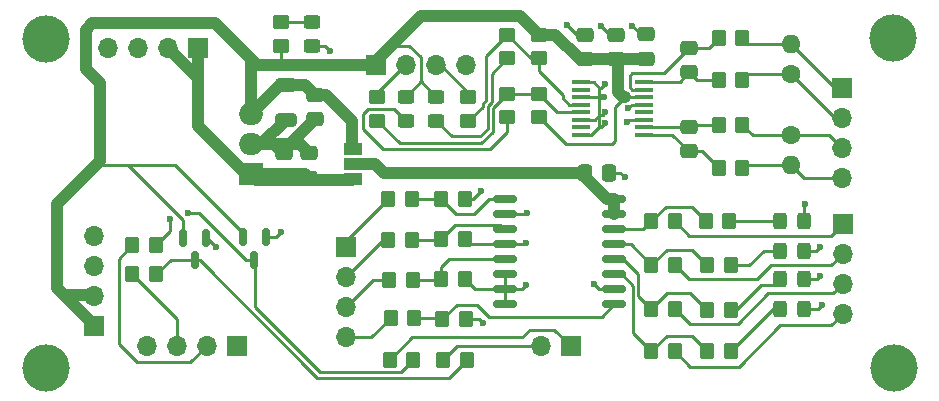
<source format=gtl>
G04 #@! TF.GenerationSoftware,KiCad,Pcbnew,6.0.9+dfsg-1~bpo11+1*
G04 #@! TF.CreationDate,2022-12-29T09:56:33-05:00*
G04 #@! TF.ProjectId,io,696f2e6b-6963-4616-945f-706362585858,rev?*
G04 #@! TF.SameCoordinates,Original*
G04 #@! TF.FileFunction,Copper,L1,Top*
G04 #@! TF.FilePolarity,Positive*
%FSLAX46Y46*%
G04 Gerber Fmt 4.6, Leading zero omitted, Abs format (unit mm)*
G04 Created by KiCad (PCBNEW 6.0.9+dfsg-1~bpo11+1) date 2022-12-29 09:56:33*
%MOMM*%
%LPD*%
G01*
G04 APERTURE LIST*
G04 Aperture macros list*
%AMRoundRect*
0 Rectangle with rounded corners*
0 $1 Rounding radius*
0 $2 $3 $4 $5 $6 $7 $8 $9 X,Y pos of 4 corners*
0 Add a 4 corners polygon primitive as box body*
4,1,4,$2,$3,$4,$5,$6,$7,$8,$9,$2,$3,0*
0 Add four circle primitives for the rounded corners*
1,1,$1+$1,$2,$3*
1,1,$1+$1,$4,$5*
1,1,$1+$1,$6,$7*
1,1,$1+$1,$8,$9*
0 Add four rect primitives between the rounded corners*
20,1,$1+$1,$2,$3,$4,$5,0*
20,1,$1+$1,$4,$5,$6,$7,0*
20,1,$1+$1,$6,$7,$8,$9,0*
20,1,$1+$1,$8,$9,$2,$3,0*%
G04 Aperture macros list end*
G04 #@! TA.AperFunction,SMDPad,CuDef*
%ADD10RoundRect,0.250000X0.475000X-0.337500X0.475000X0.337500X-0.475000X0.337500X-0.475000X-0.337500X0*%
G04 #@! TD*
G04 #@! TA.AperFunction,SMDPad,CuDef*
%ADD11RoundRect,0.250000X-0.337500X-0.475000X0.337500X-0.475000X0.337500X0.475000X-0.337500X0.475000X0*%
G04 #@! TD*
G04 #@! TA.AperFunction,SMDPad,CuDef*
%ADD12RoundRect,0.250000X-0.650000X0.325000X-0.650000X-0.325000X0.650000X-0.325000X0.650000X0.325000X0*%
G04 #@! TD*
G04 #@! TA.AperFunction,SMDPad,CuDef*
%ADD13RoundRect,0.250000X-0.475000X0.337500X-0.475000X-0.337500X0.475000X-0.337500X0.475000X0.337500X0*%
G04 #@! TD*
G04 #@! TA.AperFunction,SMDPad,CuDef*
%ADD14RoundRect,0.250000X0.450000X-0.325000X0.450000X0.325000X-0.450000X0.325000X-0.450000X-0.325000X0*%
G04 #@! TD*
G04 #@! TA.AperFunction,ComponentPad*
%ADD15R,1.700000X1.700000*%
G04 #@! TD*
G04 #@! TA.AperFunction,ComponentPad*
%ADD16O,1.700000X1.700000*%
G04 #@! TD*
G04 #@! TA.AperFunction,SMDPad,CuDef*
%ADD17RoundRect,0.249999X0.450001X-0.350001X0.450001X0.350001X-0.450001X0.350001X-0.450001X-0.350001X0*%
G04 #@! TD*
G04 #@! TA.AperFunction,SMDPad,CuDef*
%ADD18RoundRect,0.249999X0.350001X0.450001X-0.350001X0.450001X-0.350001X-0.450001X0.350001X-0.450001X0*%
G04 #@! TD*
G04 #@! TA.AperFunction,SMDPad,CuDef*
%ADD19RoundRect,0.249999X-0.450001X0.350001X-0.450001X-0.350001X0.450001X-0.350001X0.450001X0.350001X0*%
G04 #@! TD*
G04 #@! TA.AperFunction,SMDPad,CuDef*
%ADD20RoundRect,0.249999X-0.350001X-0.450001X0.350001X-0.450001X0.350001X0.450001X-0.350001X0.450001X0*%
G04 #@! TD*
G04 #@! TA.AperFunction,SMDPad,CuDef*
%ADD21RoundRect,0.250000X0.350000X0.450000X-0.350000X0.450000X-0.350000X-0.450000X0.350000X-0.450000X0*%
G04 #@! TD*
G04 #@! TA.AperFunction,ComponentPad*
%ADD22R,2.000000X1.905000*%
G04 #@! TD*
G04 #@! TA.AperFunction,ComponentPad*
%ADD23O,2.000000X1.905000*%
G04 #@! TD*
G04 #@! TA.AperFunction,SMDPad,CuDef*
%ADD24RoundRect,0.150000X-0.875000X-0.150000X0.875000X-0.150000X0.875000X0.150000X-0.875000X0.150000X0*%
G04 #@! TD*
G04 #@! TA.AperFunction,SMDPad,CuDef*
%ADD25R,1.600000X0.410000*%
G04 #@! TD*
G04 #@! TA.AperFunction,ComponentPad*
%ADD26C,1.600000*%
G04 #@! TD*
G04 #@! TA.AperFunction,ComponentPad*
%ADD27O,1.600000X1.600000*%
G04 #@! TD*
G04 #@! TA.AperFunction,ComponentPad*
%ADD28C,4.000000*%
G04 #@! TD*
G04 #@! TA.AperFunction,SMDPad,CuDef*
%ADD29R,1.500000X1.000000*%
G04 #@! TD*
G04 #@! TA.AperFunction,SMDPad,CuDef*
%ADD30RoundRect,0.150000X-0.150000X0.587500X-0.150000X-0.587500X0.150000X-0.587500X0.150000X0.587500X0*%
G04 #@! TD*
G04 #@! TA.AperFunction,SMDPad,CuDef*
%ADD31RoundRect,0.250000X0.325000X0.450000X-0.325000X0.450000X-0.325000X-0.450000X0.325000X-0.450000X0*%
G04 #@! TD*
G04 #@! TA.AperFunction,SMDPad,CuDef*
%ADD32RoundRect,0.250000X0.450000X-0.350000X0.450000X0.350000X-0.450000X0.350000X-0.450000X-0.350000X0*%
G04 #@! TD*
G04 #@! TA.AperFunction,ViaPad*
%ADD33C,0.600000*%
G04 #@! TD*
G04 #@! TA.AperFunction,Conductor*
%ADD34C,1.000000*%
G04 #@! TD*
G04 #@! TA.AperFunction,Conductor*
%ADD35C,0.250000*%
G04 #@! TD*
G04 APERTURE END LIST*
D10*
G04 #@! TO.P,C1,1*
G04 #@! TO.N,12v_power*
X58010000Y-139920000D03*
G04 #@! TO.P,C1,2*
G04 #@! TO.N,GND*
X58010000Y-137845000D03*
G04 #@! TD*
G04 #@! TO.P,C2,1*
G04 #@! TO.N,12v_power*
X55860000Y-139920000D03*
G04 #@! TO.P,C2,2*
G04 #@! TO.N,GND*
X55860000Y-137845000D03*
G04 #@! TD*
D11*
G04 #@! TO.P,C4,1*
G04 #@! TO.N,Net-(C4-Pad1)*
X81372500Y-139490000D03*
G04 #@! TO.P,C4,2*
G04 #@! TO.N,GND*
X83447500Y-139490000D03*
G04 #@! TD*
D12*
G04 #@! TO.P,C5,1*
G04 #@! TO.N,5v*
X56060000Y-132035000D03*
G04 #@! TO.P,C5,2*
G04 #@! TO.N,GND*
X56060000Y-134985000D03*
G04 #@! TD*
D10*
G04 #@! TO.P,C6,1*
G04 #@! TO.N,Net-(C6-Pad1)*
X90200000Y-130992500D03*
G04 #@! TO.P,C6,2*
G04 #@! TO.N,Net-(C6-Pad2)*
X90200000Y-128917500D03*
G04 #@! TD*
D13*
G04 #@! TO.P,C7,1*
G04 #@! TO.N,Net-(C7-Pad1)*
X90200000Y-135600000D03*
G04 #@! TO.P,C7,2*
G04 #@! TO.N,Net-(C7-Pad2)*
X90200000Y-137675000D03*
G04 #@! TD*
D10*
G04 #@! TO.P,C8,1*
G04 #@! TO.N,5v*
X86575000Y-129837500D03*
G04 #@! TO.P,C8,2*
G04 #@! TO.N,GND*
X86575000Y-127762500D03*
G04 #@! TD*
G04 #@! TO.P,C9,1*
G04 #@! TO.N,5v*
X84025000Y-129875000D03*
G04 #@! TO.P,C9,2*
G04 #@! TO.N,GND*
X84025000Y-127800000D03*
G04 #@! TD*
D14*
G04 #@! TO.P,D1,1,K*
G04 #@! TO.N,Net-(D1-Pad1)*
X66200000Y-135100000D03*
G04 #@! TO.P,D1,2,A*
G04 #@! TO.N,5v*
X66200000Y-133050000D03*
G04 #@! TD*
D15*
G04 #@! TO.P,P1,1,P1*
G04 #@! TO.N,IG1-cpu*
X61150000Y-145790000D03*
D16*
G04 #@! TO.P,P1,2,P2*
G04 #@! TO.N,IG2-cpu*
X61150000Y-148330000D03*
G04 #@! TO.P,P1,3,P3*
G04 #@! TO.N,IG3-cpu*
X61150000Y-150870000D03*
G04 #@! TO.P,P1,4,P4*
G04 #@! TO.N,IG4-cpu*
X61150000Y-153410000D03*
G04 #@! TD*
D15*
G04 #@! TO.P,P2,1,P1*
G04 #@! TO.N,5v*
X63660000Y-130400000D03*
D16*
G04 #@! TO.P,P2,2,P2*
G04 #@! TO.N,TRIG2*
X66200000Y-130400000D03*
G04 #@! TO.P,P2,3,P3*
G04 #@! TO.N,TRIG1*
X68740000Y-130400000D03*
G04 #@! TO.P,P2,4,P4*
G04 #@! TO.N,GND*
X71280000Y-130400000D03*
G04 #@! TD*
D15*
G04 #@! TO.P,P5,1,P1*
G04 #@! TO.N,IG1-out*
X103200000Y-143800000D03*
D16*
G04 #@! TO.P,P5,2,P2*
G04 #@! TO.N,IG2-out*
X103200000Y-146340000D03*
G04 #@! TO.P,P5,3,P3*
G04 #@! TO.N,IG3-out*
X103200000Y-148880000D03*
G04 #@! TO.P,P5,4,P4*
G04 #@! TO.N,IG4-out*
X103200000Y-151420000D03*
G04 #@! TD*
D15*
G04 #@! TO.P,P6,1,P1*
G04 #@! TO.N,TRIG1IN-*
X103100000Y-132300000D03*
D16*
G04 #@! TO.P,P6,2,P2*
G04 #@! TO.N,TRIG1IN+*
X103100000Y-134840000D03*
G04 #@! TO.P,P6,3,P3*
G04 #@! TO.N,TRIG2IN-*
X103100000Y-137380000D03*
G04 #@! TO.P,P6,4,P4*
G04 #@! TO.N,TRIG2IN+*
X103100000Y-139920000D03*
G04 #@! TD*
D15*
G04 #@! TO.P,P7,1,P1*
G04 #@! TO.N,12v_power*
X48600000Y-128922500D03*
D16*
G04 #@! TO.P,P7,2,P2*
X46060000Y-128922500D03*
G04 #@! TO.P,P7,3,P3*
G04 #@! TO.N,GND*
X43520000Y-128922500D03*
G04 #@! TO.P,P7,4,P4*
X40980000Y-128922500D03*
G04 #@! TD*
D17*
G04 #@! TO.P,R1,1*
G04 #@! TO.N,Net-(R1-Pad1)*
X71500000Y-135100000D03*
G04 #@! TO.P,R1,2*
G04 #@! TO.N,TRIG1*
X71500000Y-133100000D03*
G04 #@! TD*
G04 #@! TO.P,R2,1*
G04 #@! TO.N,Net-(R2-Pad1)*
X63800000Y-135100000D03*
G04 #@! TO.P,R2,2*
G04 #@! TO.N,TRIG2*
X63800000Y-133100000D03*
G04 #@! TD*
D18*
G04 #@! TO.P,R3,1*
G04 #@! TO.N,Net-(R13-Pad2)*
X66710000Y-141690000D03*
G04 #@! TO.P,R3,2*
G04 #@! TO.N,IG1-cpu*
X64710000Y-141690000D03*
G04 #@! TD*
G04 #@! TO.P,R4,1*
G04 #@! TO.N,Net-(R11-Pad2)*
X66710000Y-145190000D03*
G04 #@! TO.P,R4,2*
G04 #@! TO.N,IG2-cpu*
X64710000Y-145190000D03*
G04 #@! TD*
G04 #@! TO.P,R5,1*
G04 #@! TO.N,Net-(R5-Pad1)*
X66810000Y-148590000D03*
G04 #@! TO.P,R5,2*
G04 #@! TO.N,IG3-cpu*
X64810000Y-148590000D03*
G04 #@! TD*
D17*
G04 #@! TO.P,R6,1*
G04 #@! TO.N,Net-(D1-Pad1)*
X74800000Y-134800000D03*
G04 #@! TO.P,R6,2*
G04 #@! TO.N,Net-(R2-Pad1)*
X74800000Y-132800000D03*
G04 #@! TD*
D18*
G04 #@! TO.P,R7,1*
G04 #@! TO.N,GND*
X71210000Y-148490000D03*
G04 #@! TO.P,R7,2*
G04 #@! TO.N,Net-(R5-Pad1)*
X69210000Y-148490000D03*
G04 #@! TD*
D17*
G04 #@! TO.P,R8,1*
G04 #@! TO.N,Net-(D2-Pad1)*
X74800000Y-129800000D03*
G04 #@! TO.P,R8,2*
G04 #@! TO.N,Net-(R1-Pad1)*
X74800000Y-127800000D03*
G04 #@! TD*
G04 #@! TO.P,R9,1*
G04 #@! TO.N,5v*
X77500000Y-134800000D03*
G04 #@! TO.P,R9,2*
G04 #@! TO.N,Net-(R2-Pad1)*
X77500000Y-132800000D03*
G04 #@! TD*
D18*
G04 #@! TO.P,R10,1*
G04 #@! TO.N,Net-(D3-Pad3)*
X45050000Y-145610000D03*
G04 #@! TO.P,R10,2*
G04 #@! TO.N,DIG1-cpu*
X43050000Y-145610000D03*
G04 #@! TD*
G04 #@! TO.P,R11,1*
G04 #@! TO.N,GND*
X71210000Y-145090000D03*
G04 #@! TO.P,R11,2*
G04 #@! TO.N,Net-(R11-Pad2)*
X69210000Y-145090000D03*
G04 #@! TD*
D19*
G04 #@! TO.P,R12,1*
G04 #@! TO.N,5v*
X77500000Y-127800000D03*
G04 #@! TO.P,R12,2*
G04 #@! TO.N,Net-(R1-Pad1)*
X77500000Y-129800000D03*
G04 #@! TD*
D18*
G04 #@! TO.P,R13,1*
G04 #@! TO.N,GND*
X71210000Y-141690000D03*
G04 #@! TO.P,R13,2*
G04 #@! TO.N,Net-(R13-Pad2)*
X69210000Y-141690000D03*
G04 #@! TD*
G04 #@! TO.P,R15,1*
G04 #@! TO.N,GND*
X71310000Y-151890000D03*
G04 #@! TO.P,R15,2*
G04 #@! TO.N,Net-(R15-Pad2)*
X69310000Y-151890000D03*
G04 #@! TD*
G04 #@! TO.P,R16,1*
G04 #@! TO.N,Net-(D4-Pad3)*
X45050000Y-148090000D03*
G04 #@! TO.P,R16,2*
G04 #@! TO.N,DIG2-cpu*
X43050000Y-148090000D03*
G04 #@! TD*
G04 #@! TO.P,R17,1*
G04 #@! TO.N,Net-(R15-Pad2)*
X66910000Y-151790000D03*
G04 #@! TO.P,R17,2*
G04 #@! TO.N,IG4-cpu*
X64910000Y-151790000D03*
G04 #@! TD*
G04 #@! TO.P,R18,1*
G04 #@! TO.N,Net-(D5-Pad2)*
X93600000Y-143600000D03*
G04 #@! TO.P,R18,2*
G04 #@! TO.N,Net-(R18-Pad2)*
X91600000Y-143600000D03*
G04 #@! TD*
D20*
G04 #@! TO.P,R19,1*
G04 #@! TO.N,DIG2-in*
X69350000Y-155350000D03*
G04 #@! TO.P,R19,2*
G04 #@! TO.N,Net-(D4-Pad3)*
X71350000Y-155350000D03*
G04 #@! TD*
D18*
G04 #@! TO.P,R20,1*
G04 #@! TO.N,Net-(D6-Pad2)*
X93700000Y-147300000D03*
G04 #@! TO.P,R20,2*
G04 #@! TO.N,Net-(R20-Pad2)*
X91700000Y-147300000D03*
G04 #@! TD*
G04 #@! TO.P,R21,1*
G04 #@! TO.N,Net-(D7-Pad2)*
X93700000Y-151100000D03*
G04 #@! TO.P,R21,2*
G04 #@! TO.N,Net-(R21-Pad2)*
X91700000Y-151100000D03*
G04 #@! TD*
G04 #@! TO.P,R22,1*
G04 #@! TO.N,Net-(D8-Pad2)*
X93700000Y-154600000D03*
G04 #@! TO.P,R22,2*
G04 #@! TO.N,Net-(R22-Pad2)*
X91700000Y-154600000D03*
G04 #@! TD*
G04 #@! TO.P,R23,1*
G04 #@! TO.N,TRIG1IN+*
X94700000Y-131655000D03*
G04 #@! TO.P,R23,2*
G04 #@! TO.N,Net-(C6-Pad1)*
X92700000Y-131655000D03*
G04 #@! TD*
G04 #@! TO.P,R24,1*
G04 #@! TO.N,TRIG1IN-*
X94700000Y-128055000D03*
G04 #@! TO.P,R24,2*
G04 #@! TO.N,Net-(C6-Pad2)*
X92700000Y-128055000D03*
G04 #@! TD*
D21*
G04 #@! TO.P,R25,1*
G04 #@! TO.N,TRIG2IN-*
X94700000Y-135400000D03*
G04 #@! TO.P,R25,2*
G04 #@! TO.N,Net-(C7-Pad1)*
X92700000Y-135400000D03*
G04 #@! TD*
G04 #@! TO.P,R26,1*
G04 #@! TO.N,TRIG2IN+*
X94700000Y-139100000D03*
G04 #@! TO.P,R26,2*
G04 #@! TO.N,Net-(C7-Pad2)*
X92700000Y-139100000D03*
G04 #@! TD*
D22*
G04 #@! TO.P,U1,1,VI*
G04 #@! TO.N,12v_power*
X53100000Y-139600000D03*
D23*
G04 #@! TO.P,U1,2,GND*
G04 #@! TO.N,GND*
X53100000Y-137060000D03*
G04 #@! TO.P,U1,3,VO*
G04 #@! TO.N,5v*
X53100000Y-134520000D03*
G04 #@! TD*
D24*
G04 #@! TO.P,U2,1,1A*
G04 #@! TO.N,Net-(R13-Pad2)*
X74560000Y-141745000D03*
G04 #@! TO.P,U2,2,1B*
G04 #@! TO.N,GND*
X74560000Y-143015000D03*
G04 #@! TO.P,U2,3,2A*
G04 #@! TO.N,Net-(R11-Pad2)*
X74560000Y-144285000D03*
G04 #@! TO.P,U2,4,2B*
G04 #@! TO.N,GND*
X74560000Y-145555000D03*
G04 #@! TO.P,U2,5,3A*
G04 #@! TO.N,Net-(R5-Pad1)*
X74560000Y-146825000D03*
G04 #@! TO.P,U2,6,3B*
G04 #@! TO.N,GND*
X74560000Y-148095000D03*
G04 #@! TO.P,U2,7,GND*
X74560000Y-149365000D03*
G04 #@! TO.P,U2,8,GND*
X74560000Y-150635000D03*
G04 #@! TO.P,U2,9,4A*
G04 #@! TO.N,Net-(R15-Pad2)*
X83860000Y-150635000D03*
G04 #@! TO.P,U2,10,4B*
G04 #@! TO.N,GND*
X83860000Y-149365000D03*
G04 #@! TO.P,U2,11,4Y*
G04 #@! TO.N,Net-(R22-Pad2)*
X83860000Y-148095000D03*
G04 #@! TO.P,U2,12,3Y*
G04 #@! TO.N,Net-(R21-Pad2)*
X83860000Y-146825000D03*
G04 #@! TO.P,U2,13,2Y*
G04 #@! TO.N,Net-(R20-Pad2)*
X83860000Y-145555000D03*
G04 #@! TO.P,U2,14,1Y*
G04 #@! TO.N,Net-(R18-Pad2)*
X83860000Y-144285000D03*
G04 #@! TO.P,U2,15,Vs*
G04 #@! TO.N,Net-(C4-Pad1)*
X83860000Y-143015000D03*
G04 #@! TO.P,U2,16,Vs*
X83860000Y-141745000D03*
G04 #@! TD*
D25*
G04 #@! TO.P,U3,1,INT_THRS1*
G04 #@! TO.N,GND*
X81070700Y-131802500D03*
G04 #@! TO.P,U3,2,EXT1*
G04 #@! TO.N,unconnected-(U3-Pad2)*
X81070700Y-132437500D03*
G04 #@! TO.P,U3,3,BIAS1*
G04 #@! TO.N,GND*
X81070700Y-133072500D03*
G04 #@! TO.P,U3,4,COUT1*
G04 #@! TO.N,Net-(R1-Pad1)*
X81070700Y-133707500D03*
G04 #@! TO.P,U3,5,COUT2*
G04 #@! TO.N,Net-(R2-Pad1)*
X81070700Y-134342500D03*
G04 #@! TO.P,U3,6,BIAS2*
G04 #@! TO.N,GND*
X81070700Y-134977500D03*
G04 #@! TO.P,U3,7,EXT2*
G04 #@! TO.N,unconnected-(U3-Pad7)*
X81070700Y-135612500D03*
G04 #@! TO.P,U3,8,IN_THRS2*
G04 #@! TO.N,GND*
X81070700Y-136247500D03*
G04 #@! TO.P,U3,9,IN2+*
G04 #@! TO.N,Net-(C7-Pad2)*
X86379300Y-136247500D03*
G04 #@! TO.P,U3,10,IN2-*
G04 #@! TO.N,Net-(C7-Pad1)*
X86379300Y-135612500D03*
G04 #@! TO.P,U3,11,GND*
G04 #@! TO.N,GND*
X86379300Y-134977500D03*
G04 #@! TO.P,U3,12,DIRN*
G04 #@! TO.N,unconnected-(U3-Pad12)*
X86379300Y-134342500D03*
G04 #@! TO.P,U3,13,ZERO_EN*
G04 #@! TO.N,GND*
X86379300Y-133707500D03*
G04 #@! TO.P,U3,14,VCC*
G04 #@! TO.N,5v*
X86379300Y-133072500D03*
G04 #@! TO.P,U3,15,IN1-*
G04 #@! TO.N,Net-(C6-Pad2)*
X86379300Y-132437500D03*
G04 #@! TO.P,U3,16,IN1+*
G04 #@! TO.N,Net-(C6-Pad1)*
X86379300Y-131802500D03*
G04 #@! TD*
D14*
G04 #@! TO.P,D2,1,K*
G04 #@! TO.N,Net-(D2-Pad1)*
X68800000Y-135125000D03*
G04 #@! TO.P,D2,2,A*
G04 #@! TO.N,5v*
X68800000Y-133075000D03*
G04 #@! TD*
D20*
G04 #@! TO.P,R14,1*
G04 #@! TO.N,DIG1-in*
X64840000Y-155350000D03*
G04 #@! TO.P,R14,2*
G04 #@! TO.N,Net-(D3-Pad3)*
X66840000Y-155350000D03*
G04 #@! TD*
D13*
G04 #@! TO.P,C3,1*
G04 #@! TO.N,5v*
X58510000Y-132895000D03*
G04 #@! TO.P,C3,2*
G04 #@! TO.N,GND*
X58510000Y-134970000D03*
G04 #@! TD*
D10*
G04 #@! TO.P,C10,1*
G04 #@! TO.N,5v*
X81400000Y-129862500D03*
G04 #@! TO.P,C10,2*
G04 #@! TO.N,GND*
X81400000Y-127787500D03*
G04 #@! TD*
D26*
G04 #@! TO.P,R31,1*
G04 #@! TO.N,TRIG1IN+*
X98800000Y-131100000D03*
D27*
G04 #@! TO.P,R31,2*
G04 #@! TO.N,TRIG1IN-*
X98800000Y-128560000D03*
G04 #@! TD*
D28*
G04 #@! TO.P,REF\u002A\u002A,1*
G04 #@! TO.N,N/C*
X35770000Y-155980000D03*
G04 #@! TD*
D29*
G04 #@! TO.P,JP1,1,A*
G04 #@! TO.N,12v_power*
X61700000Y-140040000D03*
G04 #@! TO.P,JP1,2,C*
G04 #@! TO.N,Net-(C4-Pad1)*
X61700000Y-138740000D03*
G04 #@! TO.P,JP1,3,B*
G04 #@! TO.N,5v*
X61700000Y-137440000D03*
G04 #@! TD*
D15*
G04 #@! TO.P,P4,1,P1*
G04 #@! TO.N,5v*
X39780000Y-152420000D03*
D16*
G04 #@! TO.P,P4,2,P2*
X39780000Y-149880000D03*
G04 #@! TO.P,P4,3,P3*
G04 #@! TO.N,GND*
X39780000Y-147340000D03*
G04 #@! TO.P,P4,4,P4*
X39780000Y-144800000D03*
G04 #@! TD*
D30*
G04 #@! TO.P,D4,1*
G04 #@! TO.N,GND*
X49270000Y-144982500D03*
G04 #@! TO.P,D4,2*
G04 #@! TO.N,5v*
X47370000Y-144982500D03*
G04 #@! TO.P,D4,3*
G04 #@! TO.N,Net-(D4-Pad3)*
X48320000Y-146857500D03*
G04 #@! TD*
D14*
G04 #@! TO.P,D9,1,K*
G04 #@! TO.N,GND*
X58250000Y-128730000D03*
G04 #@! TO.P,D9,2,A*
G04 #@! TO.N,Net-(D9-Pad2)*
X58250000Y-126680000D03*
G04 #@! TD*
D21*
G04 #@! TO.P,R29,1*
G04 #@! TO.N,IG3-out*
X89000000Y-151000000D03*
G04 #@! TO.P,R29,2*
G04 #@! TO.N,Net-(R21-Pad2)*
X87000000Y-151000000D03*
G04 #@! TD*
G04 #@! TO.P,R30,1*
G04 #@! TO.N,IG4-out*
X89000000Y-154600000D03*
G04 #@! TO.P,R30,2*
G04 #@! TO.N,Net-(R22-Pad2)*
X87000000Y-154600000D03*
G04 #@! TD*
D31*
G04 #@! TO.P,D8,1,K*
G04 #@! TO.N,GND*
X99925000Y-151000000D03*
G04 #@! TO.P,D8,2,A*
G04 #@! TO.N,Net-(D8-Pad2)*
X97875000Y-151000000D03*
G04 #@! TD*
D15*
G04 #@! TO.P,J1,1,Pin_1*
G04 #@! TO.N,DIG1-in*
X80180000Y-154190000D03*
D16*
G04 #@! TO.P,J1,2,Pin_2*
G04 #@! TO.N,DIG2-in*
X77640000Y-154190000D03*
G04 #@! TD*
D31*
G04 #@! TO.P,D7,1,K*
G04 #@! TO.N,GND*
X99925000Y-148500000D03*
G04 #@! TO.P,D7,2,A*
G04 #@! TO.N,Net-(D7-Pad2)*
X97875000Y-148500000D03*
G04 #@! TD*
D28*
G04 #@! TO.P,REF\u002A\u002A,1*
G04 #@! TO.N,N/C*
X107440000Y-128100000D03*
G04 #@! TD*
D32*
G04 #@! TO.P,R33,1*
G04 #@! TO.N,5v*
X55650000Y-128720000D03*
G04 #@! TO.P,R33,2*
G04 #@! TO.N,Net-(D9-Pad2)*
X55650000Y-126720000D03*
G04 #@! TD*
D30*
G04 #@! TO.P,D3,1*
G04 #@! TO.N,GND*
X54340000Y-144962500D03*
G04 #@! TO.P,D3,2*
G04 #@! TO.N,5v*
X52440000Y-144962500D03*
G04 #@! TO.P,D3,3*
G04 #@! TO.N,Net-(D3-Pad3)*
X53390000Y-146837500D03*
G04 #@! TD*
D15*
G04 #@! TO.P,P3,1,P1*
G04 #@! TO.N,GND*
X51940000Y-154150000D03*
D16*
G04 #@! TO.P,P3,2,P2*
G04 #@! TO.N,DIG1-cpu*
X49400000Y-154150000D03*
G04 #@! TO.P,P3,3,P3*
G04 #@! TO.N,DIG2-cpu*
X46860000Y-154150000D03*
G04 #@! TO.P,P3,4,P4*
G04 #@! TO.N,5v*
X44320000Y-154150000D03*
G04 #@! TD*
D21*
G04 #@! TO.P,R28,1*
G04 #@! TO.N,IG2-out*
X89000000Y-147300000D03*
G04 #@! TO.P,R28,2*
G04 #@! TO.N,Net-(R20-Pad2)*
X87000000Y-147300000D03*
G04 #@! TD*
D26*
G04 #@! TO.P,R32,1*
G04 #@! TO.N,TRIG2IN-*
X98800000Y-136300000D03*
D27*
G04 #@! TO.P,R32,2*
G04 #@! TO.N,TRIG2IN+*
X98800000Y-138840000D03*
G04 #@! TD*
D31*
G04 #@! TO.P,D5,1,K*
G04 #@! TO.N,GND*
X99925000Y-143600000D03*
G04 #@! TO.P,D5,2,A*
G04 #@! TO.N,Net-(D5-Pad2)*
X97875000Y-143600000D03*
G04 #@! TD*
D28*
G04 #@! TO.P,REF\u002A\u002A,1*
G04 #@! TO.N,N/C*
X35740000Y-128130000D03*
G04 #@! TD*
D31*
G04 #@! TO.P,D6,1,K*
G04 #@! TO.N,GND*
X99925000Y-146100000D03*
G04 #@! TO.P,D6,2,A*
G04 #@! TO.N,Net-(D6-Pad2)*
X97875000Y-146100000D03*
G04 #@! TD*
D28*
G04 #@! TO.P,REF\u002A\u002A,1*
G04 #@! TO.N,N/C*
X107500000Y-156000000D03*
G04 #@! TD*
D21*
G04 #@! TO.P,R27,1*
G04 #@! TO.N,IG1-out*
X89000000Y-143600000D03*
G04 #@! TO.P,R27,2*
G04 #@! TO.N,Net-(R18-Pad2)*
X87000000Y-143600000D03*
G04 #@! TD*
D33*
G04 #@! TO.N,GND*
X83080000Y-134380000D03*
X55640000Y-144540000D03*
X76430000Y-142930000D03*
X82980000Y-133030000D03*
X83095500Y-135250000D03*
X101290000Y-148240000D03*
X101410000Y-150660000D03*
X82110000Y-148940000D03*
X72730000Y-152220000D03*
X85380000Y-127060000D03*
X99960000Y-142130000D03*
X59780000Y-129150000D03*
X76410000Y-148970000D03*
X50140000Y-145780000D03*
X84720000Y-139850000D03*
X72540000Y-141060000D03*
X83030000Y-131970000D03*
X84960000Y-135210000D03*
X101260000Y-145740000D03*
X79850000Y-126940000D03*
X82760000Y-127060000D03*
X76360000Y-145420000D03*
X84990000Y-134030000D03*
G04 #@! TO.N,Net-(D3-Pad3)*
X47750000Y-142880000D03*
X46280000Y-143410000D03*
G04 #@! TD*
D34*
G04 #@! TO.N,12v_power*
X53100000Y-139600000D02*
X53560000Y-140060000D01*
X48600000Y-131462500D02*
X46060000Y-128922500D01*
X55540000Y-139600000D02*
X55860000Y-139920000D01*
X48600000Y-135510000D02*
X48600000Y-131610000D01*
X53100000Y-139600000D02*
X52690000Y-139600000D01*
X52690000Y-139600000D02*
X48600000Y-135510000D01*
X57690000Y-139600000D02*
X58010000Y-139920000D01*
X53100000Y-139600000D02*
X57690000Y-139600000D01*
X61640000Y-140060000D02*
X61670000Y-140030000D01*
X48600000Y-131610000D02*
X48600000Y-128922500D01*
X53100000Y-139600000D02*
X55540000Y-139600000D01*
X53560000Y-140060000D02*
X61640000Y-140060000D01*
X48600000Y-131610000D02*
X48600000Y-131462500D01*
D35*
G04 #@! TO.N,GND*
X74560000Y-143015000D02*
X76345000Y-143015000D01*
X76345000Y-143015000D02*
X76430000Y-142930000D01*
X100900000Y-146100000D02*
X101260000Y-145740000D01*
X101070000Y-151000000D02*
X101410000Y-150660000D01*
X72085000Y-149365000D02*
X71210000Y-148490000D01*
X82600000Y-135620000D02*
X82725500Y-135620000D01*
X81070700Y-131802500D02*
X82120700Y-131802500D01*
X76025000Y-149365000D02*
X76410000Y-148980000D01*
X82120700Y-131802500D02*
X82600000Y-132281800D01*
D34*
X53100000Y-137060000D02*
X56420000Y-137060000D01*
D35*
X49270000Y-144982500D02*
X49342500Y-144982500D01*
X82600000Y-134390000D02*
X82600000Y-134600000D01*
X99925000Y-146100000D02*
X100900000Y-146100000D01*
X82860000Y-134600000D02*
X83080000Y-134380000D01*
X82600000Y-132780000D02*
X82600000Y-132970000D01*
X76410000Y-148980000D02*
X76410000Y-148970000D01*
X82222500Y-134977500D02*
X82600000Y-134600000D01*
X99925000Y-142165000D02*
X99960000Y-142130000D01*
X84025000Y-127800000D02*
X83500000Y-127800000D01*
X80697500Y-127787500D02*
X79850000Y-126940000D01*
X76225000Y-145555000D02*
X76360000Y-145420000D01*
X82725500Y-135620000D02*
X83095500Y-135250000D01*
D34*
X53100000Y-137060000D02*
X57225000Y-137060000D01*
D35*
X81902998Y-136317002D02*
X81070700Y-136317002D01*
X86082500Y-127762500D02*
X85380000Y-127060000D01*
X86575000Y-127762500D02*
X86082500Y-127762500D01*
X82600000Y-132281800D02*
X82718200Y-132281800D01*
X82600000Y-132281800D02*
X82600000Y-132780000D01*
D34*
X53985000Y-137060000D02*
X56060000Y-134985000D01*
D35*
X72400000Y-151890000D02*
X72730000Y-152220000D01*
D34*
X53100000Y-137060000D02*
X55075000Y-137060000D01*
D35*
X54340000Y-144962500D02*
X55217500Y-144962500D01*
X71910000Y-141690000D02*
X72540000Y-141060000D01*
X74560000Y-149365000D02*
X72085000Y-149365000D01*
X86379300Y-134977500D02*
X85192500Y-134977500D01*
X83447500Y-139490000D02*
X84360000Y-139490000D01*
X82600000Y-134600000D02*
X82860000Y-134600000D01*
X85192500Y-134977500D02*
X84960000Y-135210000D01*
X71310000Y-151890000D02*
X72400000Y-151890000D01*
D34*
X56420000Y-137060000D02*
X58510000Y-134970000D01*
D35*
X74560000Y-150635000D02*
X74560000Y-149365000D01*
X71210000Y-141690000D02*
X71910000Y-141690000D01*
X71210000Y-145090000D02*
X71675000Y-145555000D01*
X82600000Y-134600000D02*
X82600000Y-135620000D01*
X82600000Y-132970000D02*
X82600000Y-133680000D01*
D34*
X55075000Y-137060000D02*
X55860000Y-137845000D01*
D35*
X101030000Y-148500000D02*
X101290000Y-148240000D01*
X99925000Y-143600000D02*
X99925000Y-142165000D01*
X86379300Y-133707500D02*
X85312500Y-133707500D01*
D34*
X53100000Y-137060000D02*
X53985000Y-137060000D01*
D35*
X85312500Y-133707500D02*
X84990000Y-134030000D01*
X55217500Y-144962500D02*
X55640000Y-144540000D01*
X82600000Y-135620000D02*
X81902998Y-136317002D01*
X82497500Y-133072500D02*
X82600000Y-132970000D01*
X71675000Y-145555000D02*
X74560000Y-145555000D01*
X59360000Y-128730000D02*
X59780000Y-129150000D01*
X74560000Y-149365000D02*
X74560000Y-148095000D01*
X82497500Y-133072500D02*
X82540000Y-133030000D01*
X81070700Y-134977500D02*
X82222500Y-134977500D01*
X81070700Y-133072500D02*
X82497500Y-133072500D01*
X74560000Y-145555000D02*
X76225000Y-145555000D01*
X84360000Y-139490000D02*
X84720000Y-139850000D01*
X82535000Y-149365000D02*
X82110000Y-148940000D01*
X82718200Y-132281800D02*
X83030000Y-131970000D01*
X83860000Y-149365000D02*
X82535000Y-149365000D01*
X58250000Y-128730000D02*
X59360000Y-128730000D01*
X74560000Y-149365000D02*
X76025000Y-149365000D01*
X99925000Y-148500000D02*
X101030000Y-148500000D01*
X81400000Y-127787500D02*
X80697500Y-127787500D01*
X83500000Y-127800000D02*
X82760000Y-127060000D01*
X82540000Y-133030000D02*
X82980000Y-133030000D01*
X82600000Y-133680000D02*
X82600000Y-134390000D01*
D34*
X57225000Y-137060000D02*
X58010000Y-137845000D01*
D35*
X99925000Y-151000000D02*
X101070000Y-151000000D01*
X49342500Y-144982500D02*
X50140000Y-145780000D01*
G04 #@! TO.N,Net-(D9-Pad2)*
X58210000Y-126720000D02*
X58250000Y-126680000D01*
X55650000Y-126720000D02*
X58210000Y-126720000D01*
G04 #@! TO.N,IG1-cpu*
X61150000Y-145250000D02*
X61150000Y-145790000D01*
X64710000Y-141690000D02*
X61150000Y-145250000D01*
G04 #@! TO.N,IG2-cpu*
X64290000Y-145190000D02*
X64710000Y-145190000D01*
X61150000Y-148330000D02*
X64290000Y-145190000D01*
G04 #@! TO.N,IG3-cpu*
X64810000Y-148590000D02*
X63430000Y-148590000D01*
X63430000Y-148590000D02*
X61150000Y-150870000D01*
G04 #@! TO.N,IG4-cpu*
X63290000Y-153410000D02*
X64910000Y-151790000D01*
X61150000Y-153410000D02*
X63290000Y-153410000D01*
G04 #@! TO.N,DIG1-cpu*
X43460000Y-155520000D02*
X47960000Y-155520000D01*
X41910000Y-153970000D02*
X43460000Y-155520000D01*
X43050000Y-145610000D02*
X41910000Y-146750000D01*
X47960000Y-155520000D02*
X49350000Y-154130000D01*
X41910000Y-146750000D02*
X41910000Y-153970000D01*
G04 #@! TO.N,DIG2-cpu*
X46810000Y-151850000D02*
X46810000Y-154130000D01*
X43050000Y-148090000D02*
X46810000Y-151850000D01*
G04 #@! TO.N,IG1-out*
X102200000Y-144800000D02*
X103200000Y-143800000D01*
X89000000Y-143600000D02*
X90200000Y-144800000D01*
X90200000Y-144800000D02*
X102200000Y-144800000D01*
G04 #@! TO.N,IG2-out*
X95900000Y-148500000D02*
X97100000Y-147300000D01*
X102240000Y-147300000D02*
X103200000Y-146340000D01*
X89000000Y-147300000D02*
X90200000Y-148500000D01*
X97100000Y-147300000D02*
X102240000Y-147300000D01*
X90200000Y-148500000D02*
X95900000Y-148500000D01*
G04 #@! TO.N,IG3-out*
X90250000Y-152250000D02*
X94293414Y-152250000D01*
X102380000Y-149700000D02*
X103200000Y-148880000D01*
X89000000Y-151000000D02*
X90250000Y-152250000D01*
X96843414Y-149700000D02*
X102380000Y-149700000D01*
X94293414Y-152250000D02*
X96843414Y-149700000D01*
G04 #@! TO.N,IG4-out*
X97900000Y-152400000D02*
X102220000Y-152400000D01*
X90300000Y-155900000D02*
X94400000Y-155900000D01*
X89000000Y-154600000D02*
X90300000Y-155900000D01*
X94400000Y-155900000D02*
X97900000Y-152400000D01*
X102220000Y-152400000D02*
X103200000Y-151420000D01*
G04 #@! TO.N,DIG1-in*
X78750000Y-152760000D02*
X76710000Y-152760000D01*
X80180000Y-154190000D02*
X78750000Y-152760000D01*
X66760000Y-153430000D02*
X64840000Y-155350000D01*
X76710000Y-152760000D02*
X76040000Y-153430000D01*
X76040000Y-153430000D02*
X66760000Y-153430000D01*
G04 #@! TO.N,DIG2-in*
X77640000Y-154190000D02*
X70510000Y-154190000D01*
X70510000Y-154190000D02*
X69350000Y-155350000D01*
G04 #@! TO.N,Net-(R2-Pad1)*
X65700000Y-137000000D02*
X72600000Y-137000000D01*
X74800000Y-132800000D02*
X77500000Y-132800000D01*
X79042500Y-134342500D02*
X81070700Y-134342500D01*
X72600000Y-137000000D02*
X73600000Y-136000000D01*
X73600000Y-136000000D02*
X73600000Y-134000000D01*
X73600000Y-134000000D02*
X74800000Y-132800000D01*
X63800000Y-135100000D02*
X65700000Y-137000000D01*
X77500000Y-132800000D02*
X79042500Y-134342500D01*
D34*
G04 #@! TO.N,Net-(C4-Pad1)*
X83235000Y-141745000D02*
X83860000Y-141745000D01*
X61670000Y-138730000D02*
X63590000Y-138730000D01*
X64350000Y-139490000D02*
X81372500Y-139490000D01*
X83860000Y-141745000D02*
X83860000Y-143015000D01*
X81372500Y-139490000D02*
X81372500Y-139882500D01*
X81372500Y-139882500D02*
X83235000Y-141745000D01*
X63590000Y-138730000D02*
X64350000Y-139490000D01*
G04 #@! TO.N,5v*
X77500000Y-127800000D02*
X78860000Y-127800000D01*
X53100000Y-134520000D02*
X53100000Y-129870000D01*
D35*
X83920000Y-133880000D02*
X83920000Y-136820000D01*
D34*
X39640000Y-126840000D02*
X39120000Y-127360000D01*
X63660000Y-130400000D02*
X63660000Y-130040000D01*
D35*
X83920000Y-136820000D02*
X83680000Y-137060000D01*
D34*
X55585000Y-132035000D02*
X56060000Y-132035000D01*
D35*
X68800000Y-133075000D02*
X68800000Y-133050000D01*
X65330000Y-128730000D02*
X63660000Y-130400000D01*
D34*
X81400000Y-129862500D02*
X84012500Y-129862500D01*
D35*
X84752500Y-133072500D02*
X84740000Y-133060000D01*
D34*
X67525000Y-126175000D02*
X75875000Y-126175000D01*
D35*
X67500000Y-131750000D02*
X67460000Y-131710000D01*
X67460000Y-131710000D02*
X67460000Y-129690000D01*
D34*
X36670000Y-149270000D02*
X39800000Y-152400000D01*
D35*
X66500000Y-128730000D02*
X65330000Y-128730000D01*
D34*
X84012500Y-129862500D02*
X84025000Y-129875000D01*
D35*
X67460000Y-129690000D02*
X66500000Y-128730000D01*
D34*
X57650000Y-132035000D02*
X58510000Y-132895000D01*
X39800000Y-149860000D02*
X37260000Y-149860000D01*
D35*
X84740000Y-133060000D02*
X83920000Y-133880000D01*
D34*
X39120000Y-127360000D02*
X39120000Y-130660000D01*
X58510000Y-132895000D02*
X59485000Y-132895000D01*
X53100000Y-129870000D02*
X53630000Y-130400000D01*
X53100000Y-129870000D02*
X50070000Y-126840000D01*
D35*
X42670000Y-138810000D02*
X39990000Y-138810000D01*
D34*
X40340000Y-138460000D02*
X39990000Y-138810000D01*
X84620000Y-133060000D02*
X84740000Y-133060000D01*
D35*
X86379300Y-133072500D02*
X84752500Y-133072500D01*
D34*
X59485000Y-132895000D02*
X61670000Y-135080000D01*
X78860000Y-127800000D02*
X80922500Y-129862500D01*
X63500000Y-130240000D02*
X63660000Y-130400000D01*
X39990000Y-138810000D02*
X36670000Y-142130000D01*
X61670000Y-135080000D02*
X61670000Y-137430000D01*
X86537500Y-129875000D02*
X86575000Y-129837500D01*
X50070000Y-126840000D02*
X39640000Y-126840000D01*
X84180000Y-132620000D02*
X84620000Y-133060000D01*
X80922500Y-129862500D02*
X81400000Y-129862500D01*
X37260000Y-149860000D02*
X36670000Y-149270000D01*
X40340000Y-131880000D02*
X40340000Y-138460000D01*
D35*
X47370000Y-143510000D02*
X42670000Y-138810000D01*
X47370000Y-144982500D02*
X47370000Y-143510000D01*
D34*
X53100000Y-134520000D02*
X55585000Y-132035000D01*
D35*
X55650000Y-128720000D02*
X55650000Y-130290000D01*
X55650000Y-130290000D02*
X55760000Y-130400000D01*
X52440000Y-144962500D02*
X52440000Y-144562500D01*
D34*
X39120000Y-130660000D02*
X40340000Y-131880000D01*
X75875000Y-126175000D02*
X77500000Y-127800000D01*
X84025000Y-129875000D02*
X86537500Y-129875000D01*
D35*
X67500000Y-131750000D02*
X66200000Y-133050000D01*
D34*
X53630000Y-130400000D02*
X55760000Y-130400000D01*
X56060000Y-132035000D02*
X57650000Y-132035000D01*
D35*
X46687500Y-138810000D02*
X39990000Y-138810000D01*
X52440000Y-144562500D02*
X46687500Y-138810000D01*
D34*
X36670000Y-142130000D02*
X36670000Y-149270000D01*
X84180000Y-130030000D02*
X84180000Y-132620000D01*
X84025000Y-129875000D02*
X84180000Y-130030000D01*
D35*
X79760000Y-137060000D02*
X77500000Y-134800000D01*
D34*
X63660000Y-130040000D02*
X67525000Y-126175000D01*
D35*
X83680000Y-137060000D02*
X79760000Y-137060000D01*
D34*
X55760000Y-130400000D02*
X63660000Y-130400000D01*
D35*
X68800000Y-133050000D02*
X67500000Y-131750000D01*
G04 #@! TO.N,Net-(C6-Pad2)*
X90200000Y-128917500D02*
X91837500Y-128917500D01*
X91837500Y-128917500D02*
X92700000Y-128055000D01*
X85359300Y-132437500D02*
X85150000Y-132228200D01*
X88067500Y-131050000D02*
X90200000Y-128917500D01*
X86379300Y-132437500D02*
X85359300Y-132437500D01*
X85150000Y-132228200D02*
X85150000Y-131270000D01*
X85370000Y-131050000D02*
X88067500Y-131050000D01*
X85150000Y-131270000D02*
X85370000Y-131050000D01*
G04 #@! TO.N,Net-(C6-Pad1)*
X92700000Y-131655000D02*
X90862500Y-131655000D01*
X89390000Y-131802500D02*
X90200000Y-130992500D01*
X90862500Y-131655000D02*
X90200000Y-130992500D01*
X86379300Y-131802500D02*
X89390000Y-131802500D01*
G04 #@! TO.N,Net-(C7-Pad2)*
X86379300Y-136247500D02*
X88772500Y-136247500D01*
X88772500Y-136247500D02*
X90200000Y-137675000D01*
X90200000Y-137675000D02*
X91275000Y-137675000D01*
X91275000Y-137675000D02*
X92700000Y-139100000D01*
G04 #@! TO.N,Net-(C7-Pad1)*
X92700000Y-135400000D02*
X90400000Y-135400000D01*
X90400000Y-135400000D02*
X90200000Y-135600000D01*
X90187500Y-135612500D02*
X86379300Y-135612500D01*
X90200000Y-135600000D02*
X90187500Y-135612500D01*
G04 #@! TO.N,TRIG2*
X66130000Y-130400000D02*
X66200000Y-130400000D01*
X63800000Y-133100000D02*
X63800000Y-132730000D01*
X63800000Y-132730000D02*
X66130000Y-130400000D01*
G04 #@! TO.N,TRIG1*
X71500000Y-132720000D02*
X69180000Y-130400000D01*
X71500000Y-133100000D02*
X71500000Y-132720000D01*
X69180000Y-130400000D02*
X68740000Y-130400000D01*
G04 #@! TO.N,TRIG2IN+*
X103100000Y-139920000D02*
X99880000Y-139920000D01*
X98800000Y-138840000D02*
X94960000Y-138840000D01*
X99880000Y-139920000D02*
X98800000Y-138840000D01*
X94960000Y-138840000D02*
X94700000Y-139100000D01*
G04 #@! TO.N,TRIG2IN-*
X98800000Y-136300000D02*
X102020000Y-136300000D01*
X95600000Y-136300000D02*
X94700000Y-135400000D01*
X102020000Y-136300000D02*
X103100000Y-137380000D01*
X98800000Y-136300000D02*
X95600000Y-136300000D01*
G04 #@! TO.N,TRIG1IN+*
X102540000Y-134840000D02*
X103100000Y-134840000D01*
X98800000Y-131100000D02*
X95255000Y-131100000D01*
X98800000Y-131100000D02*
X102540000Y-134840000D01*
X95255000Y-131100000D02*
X94700000Y-131655000D01*
G04 #@! TO.N,TRIG1IN-*
X95205000Y-128560000D02*
X98800000Y-128560000D01*
X102540000Y-132300000D02*
X98800000Y-128560000D01*
X94700000Y-128055000D02*
X95205000Y-128560000D01*
X103100000Y-132300000D02*
X102540000Y-132300000D01*
G04 #@! TO.N,Net-(R1-Pad1)*
X79540000Y-133196800D02*
X80050700Y-133707500D01*
X77500000Y-129800000D02*
X77500000Y-130840000D01*
X77500000Y-129800000D02*
X76800000Y-129800000D01*
X73000000Y-129600000D02*
X73000000Y-133327208D01*
X72700000Y-133900000D02*
X71500000Y-135100000D01*
X79540000Y-132880000D02*
X79540000Y-133196800D01*
X72700000Y-133627208D02*
X72700000Y-133900000D01*
X74800000Y-127800000D02*
X73000000Y-129600000D01*
X77500000Y-130840000D02*
X79540000Y-132880000D01*
X76800000Y-129800000D02*
X74800000Y-127800000D01*
X73000000Y-133327208D02*
X72700000Y-133627208D01*
X80050700Y-133707500D02*
X81070700Y-133707500D01*
G04 #@! TO.N,Net-(R11-Pad2)*
X69210000Y-145090000D02*
X70410000Y-143890000D01*
X69110000Y-145190000D02*
X69210000Y-145090000D01*
X70410000Y-143890000D02*
X74165000Y-143890000D01*
X66710000Y-145190000D02*
X69110000Y-145190000D01*
X74165000Y-143890000D02*
X74560000Y-144285000D01*
G04 #@! TO.N,Net-(D1-Pad1)*
X74800000Y-134800000D02*
X74800000Y-136000000D01*
X73300000Y-137500000D02*
X64300000Y-137500000D01*
X65200000Y-134100000D02*
X66200000Y-135100000D01*
X62600000Y-135800000D02*
X62600000Y-134500000D01*
X63000000Y-134100000D02*
X65200000Y-134100000D01*
X74800000Y-136000000D02*
X73300000Y-137500000D01*
X64300000Y-137500000D02*
X62600000Y-135800000D01*
X62600000Y-134500000D02*
X63000000Y-134100000D01*
G04 #@! TO.N,Net-(R5-Pad1)*
X69210000Y-147480000D02*
X69210000Y-148490000D01*
X69865000Y-146825000D02*
X69210000Y-147480000D01*
X74560000Y-146825000D02*
X69865000Y-146825000D01*
X69110000Y-148590000D02*
X69210000Y-148490000D01*
X66810000Y-148590000D02*
X69110000Y-148590000D01*
G04 #@! TO.N,Net-(R13-Pad2)*
X73215000Y-141745000D02*
X72000000Y-142960000D01*
X69210000Y-141690000D02*
X66710000Y-141690000D01*
X70480000Y-142960000D02*
X69210000Y-141690000D01*
X72000000Y-142960000D02*
X70480000Y-142960000D01*
X74560000Y-141745000D02*
X73215000Y-141745000D01*
G04 #@! TO.N,Net-(D2-Pad1)*
X74800000Y-129800000D02*
X73500000Y-131100000D01*
X73150000Y-135750000D02*
X72500000Y-136400000D01*
X72500000Y-136400000D02*
X70075000Y-136400000D01*
X73500000Y-131100000D02*
X73500000Y-133463604D01*
X73150000Y-133813604D02*
X73150000Y-135750000D01*
X70075000Y-136400000D02*
X68800000Y-135125000D01*
X73500000Y-133463604D02*
X73150000Y-133813604D01*
G04 #@! TO.N,Net-(R15-Pad2)*
X69210000Y-151790000D02*
X69310000Y-151890000D01*
X70510000Y-150690000D02*
X72250000Y-150690000D01*
X72250000Y-150690000D02*
X73260000Y-151700000D01*
X66910000Y-151790000D02*
X69210000Y-151790000D01*
X69310000Y-151890000D02*
X70510000Y-150690000D01*
X82795000Y-151700000D02*
X83860000Y-150635000D01*
X73260000Y-151700000D02*
X82795000Y-151700000D01*
G04 #@! TO.N,Net-(D3-Pad3)*
X46280000Y-144380000D02*
X46280000Y-143410000D01*
X58925000Y-156375000D02*
X53400000Y-150850000D01*
X52637500Y-146837500D02*
X48680000Y-142880000D01*
X53390000Y-146837500D02*
X52637500Y-146837500D01*
X45050000Y-145610000D02*
X46280000Y-144380000D01*
X53400000Y-150850000D02*
X53400000Y-146847500D01*
X53400000Y-146847500D02*
X53390000Y-146837500D01*
X48680000Y-142880000D02*
X47750000Y-142880000D01*
X65815000Y-156375000D02*
X58925000Y-156375000D01*
X66840000Y-155350000D02*
X65815000Y-156375000D01*
G04 #@! TO.N,Net-(D4-Pad3)*
X48320000Y-146857500D02*
X46282500Y-146857500D01*
X48750000Y-146857500D02*
X48320000Y-146857500D01*
X58717001Y-156824501D02*
X48750000Y-146857500D01*
X69875499Y-156824501D02*
X58717001Y-156824501D01*
X71350000Y-155350000D02*
X69875499Y-156824501D01*
X46282500Y-146857500D02*
X45050000Y-148090000D01*
G04 #@! TO.N,Net-(D5-Pad2)*
X93600000Y-143600000D02*
X97875000Y-143600000D01*
G04 #@! TO.N,Net-(D6-Pad2)*
X93700000Y-147300000D02*
X95300000Y-147300000D01*
X95300000Y-147300000D02*
X96500000Y-146100000D01*
X96500000Y-146100000D02*
X97875000Y-146100000D01*
G04 #@! TO.N,Net-(D7-Pad2)*
X93700000Y-151100000D02*
X94200000Y-151100000D01*
X96300000Y-149000000D02*
X97375000Y-149000000D01*
X97375000Y-149000000D02*
X97875000Y-148500000D01*
X94200000Y-151100000D02*
X96300000Y-149000000D01*
G04 #@! TO.N,Net-(D8-Pad2)*
X93700000Y-154600000D02*
X97300000Y-151000000D01*
X97300000Y-151000000D02*
X97875000Y-151000000D01*
G04 #@! TO.N,Net-(R18-Pad2)*
X91600000Y-143600000D02*
X90400000Y-142400000D01*
X83860000Y-144285000D02*
X86315000Y-144285000D01*
X90400000Y-142400000D02*
X88200000Y-142400000D01*
X86315000Y-144285000D02*
X87000000Y-143600000D01*
X88200000Y-142400000D02*
X87000000Y-143600000D01*
G04 #@! TO.N,Net-(R20-Pad2)*
X85255000Y-145555000D02*
X87000000Y-147300000D01*
X88300000Y-146000000D02*
X90400000Y-146000000D01*
X90400000Y-146000000D02*
X91700000Y-147300000D01*
X87000000Y-147300000D02*
X88300000Y-146000000D01*
X83860000Y-145555000D02*
X85255000Y-145555000D01*
G04 #@! TO.N,Net-(R21-Pad2)*
X84625000Y-146825000D02*
X85890000Y-148090000D01*
X90300000Y-149700000D02*
X91700000Y-151100000D01*
X83860000Y-146825000D02*
X84625000Y-146825000D01*
X87000000Y-151000000D02*
X88300000Y-149700000D01*
X85890000Y-148090000D02*
X85890000Y-149890000D01*
X88300000Y-149700000D02*
X90300000Y-149700000D01*
X85890000Y-149890000D02*
X87000000Y-151000000D01*
G04 #@! TO.N,Net-(R22-Pad2)*
X87000000Y-154600000D02*
X88300000Y-153300000D01*
X83860000Y-148095000D02*
X84475000Y-148095000D01*
X88300000Y-153300000D02*
X90400000Y-153300000D01*
X85440499Y-153040499D02*
X87000000Y-154600000D01*
X85440499Y-149060499D02*
X85440499Y-153040499D01*
X84475000Y-148095000D02*
X85440499Y-149060499D01*
X90400000Y-153300000D02*
X91700000Y-154600000D01*
G04 #@! TD*
M02*

</source>
